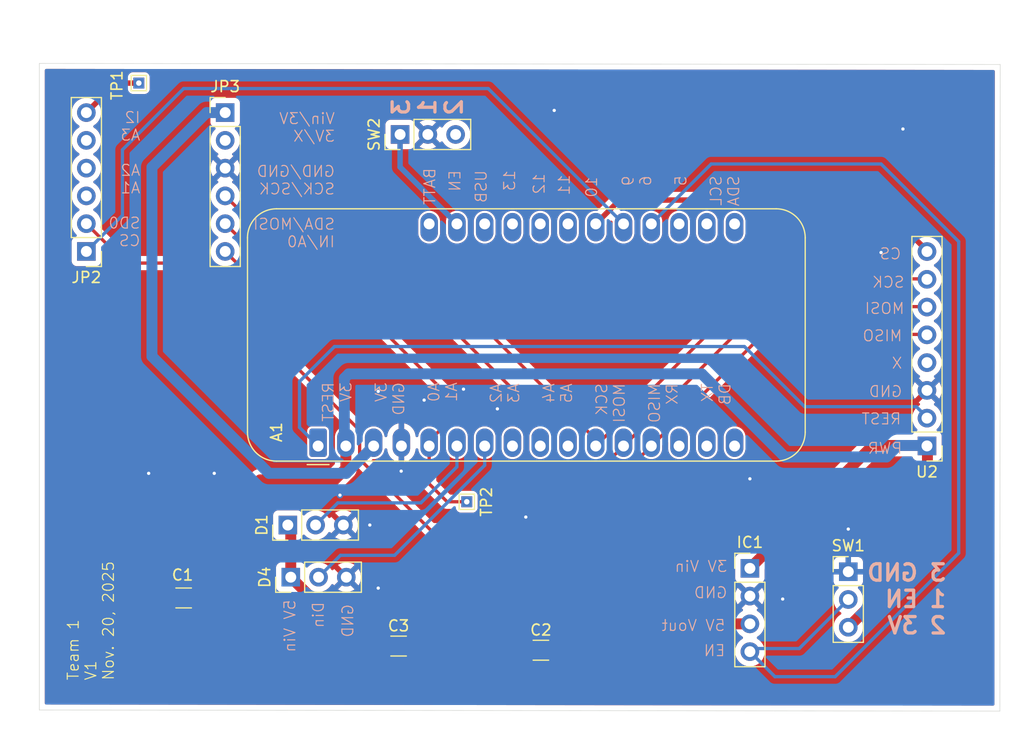
<source format=kicad_pcb>
(kicad_pcb (version 20241229) (generator "pcbnew") (generator_version "9.0")
  (title_block (title "Illumi-not-i Bike Safety System") (date "11/3/2025") (rev "4") (company "Portland State University") (comment 1 "ECE411_Team 1_ A-Team"))
  (layers (0 "F.Cu" signal) (2 "B.Cu" signal) (13 "F.Paste" user) (15 "B.Paste" user) (5 "F.SilkS" user "F.Silkscreen") (7 "B.SilkS" user "B.Silkscreen") (1 "F.Mask" user) (3 "B.Mask" user) (25 "Edge.Cuts" user))
  (net 0 "")
  (net 1 "GND")
  (net 2 "/IO6")
  (net 3 "/IO11")
  (net 4 "/INT2")
  (net 10 "/REST")
  (net 11 "Net-(A1-A2)")
  (net 16 "+3.3V")
  (net 18 "/SCK")
  (net 19 "/MISO")
  (net 22 "+5V")
  (net 23 "/ADC3")
  (net 24 "/ADC2")
  (net 25 "/ADC1")
  (net 27 "/CS")
  (net 28 "Net-(A1-EN)")
  (net 29 "/IO10")
  (net 30 "Net-(A1-3V3-Pad3)")
  (net 33 "/A0")
  (net 35 "/MOSI")
  (footprint "Connector_PinHeader_2.54mm:PinHeader_1x08_P2.54mm_Vertical" (layer "F.Cu") (at 221.7 102.49 180)
    (property "Reference" "U2" (at 0 -2.38 0) (layer "F.SilkS"))
    (property "Value" "RF522_RFID")
    (fp_line (start 1.38 1.27) (end 1.38 19.16) (stroke (width 0.12)) (layer "F.SilkS"))
    (fp_line (start -1.38 19.16) (end 1.38 19.16) (stroke (width 0.12)) (layer "F.SilkS"))
    (fp_line (start -1.38 1.27) (end 1.38 1.27) (stroke (width 0.12)) (layer "F.SilkS"))
    (fp_line (start -1.38 1.27) (end -1.38 19.16) (stroke (width 0.12)) (layer "F.SilkS"))
    (fp_line (start -1.38 0) (end -1.38 -1.38) (stroke (width 0.12)) (layer "F.SilkS"))
    (fp_line (start -1.38 -1.38) (end 0 -1.38) (stroke (width 0.12)) (layer "F.SilkS"))
    (pad "1" thru_hole rect (at 0 0 180) (size 1.7 1.7) (drill 1) (layers "*.Cu" "*.Mask") (net 16 "+3.3V"))
    (pad "2" thru_hole circle (at 0 2.54 180) (size 1.7 1.7) (drill 1) (layers "*.Cu" "*.Mask") (net 10 "/REST"))
    (pad "3" thru_hole circle (at 0 5.08 180) (size 1.7 1.7) (drill 1) (layers "*.Cu" "*.Mask") (net 1 "GND"))
    (pad "4" thru_hole circle (at 0 7.62 180) (size 1.7 1.7) (drill 1) (layers "*.Cu" "*.Mask"))
    (pad "5" thru_hole circle (at 0 10.16 180) (size 1.7 1.7) (drill 1) (layers "*.Cu" "*.Mask") (net 19 "/MISO"))
    (pad "6" thru_hole circle (at 0 12.7 180) (size 1.7 1.7) (drill 1) (layers "*.Cu" "*.Mask") (net 35 "/MOSI"))
    (pad "7" thru_hole circle (at 0 15.24 180) (size 1.7 1.7) (drill 1) (layers "*.Cu" "*.Mask") (net 18 "/SCK"))
    (pad "8" thru_hole circle (at 0 17.78 180) (size 1.7 1.7) (drill 1) (layers "*.Cu" "*.Mask") (net 29 "/IO10"))
  )
  (footprint "Connector_PinHeader_2.54mm:PinHeader_1x06_P2.54mm_Vertical" (layer "F.Cu") (at 144.8 84.7 180)
    (property "Reference" "JP2" (at 0 -2.38 0) (layer "F.SilkS"))
    (property "Value" "HEADER-1X670MIL")
    (fp_line (start 1.38 1.27) (end 1.38 14.08) (stroke (width 0.12)) (layer "F.SilkS"))
    (fp_line (start -1.38 14.08) (end 1.38 14.08) (stroke (width 0.12)) (layer "F.SilkS"))
    (fp_line (start -1.38 1.27) (end 1.38 1.27) (stroke (width 0.12)) (layer "F.SilkS"))
    (fp_line (start -1.38 1.27) (end -1.38 14.08) (stroke (width 0.12)) (layer "F.SilkS"))
    (fp_line (start -1.38 0) (end -1.38 -1.38) (stroke (width 0.12)) (layer "F.SilkS"))
    (fp_line (start -1.38 -1.38) (end 0 -1.38) (stroke (width 0.12)) (layer "F.SilkS"))
    (pad "1" thru_hole rect (at 0 0 180) (size 1.7 1.7) (drill 1) (layers "*.Cu" "*.Mask") (net 27 "/CS"))
    (pad "2" thru_hole circle (at 0 2.54 180) (size 1.7 1.7) (drill 1) (layers "*.Cu" "*.Mask") (net 19 "/MISO"))
    (pad "3" thru_hole circle (at 0 5.08 180) (size 1.7 1.7) (drill 1) (layers "*.Cu" "*.Mask") (net 25 "/ADC1"))
    (pad "4" thru_hole circle (at 0 7.62 180) (size 1.7 1.7) (drill 1) (layers "*.Cu" "*.Mask") (net 24 "/ADC2"))
    (pad "5" thru_hole circle (at 0 10.16 180) (size 1.7 1.7) (drill 1) (layers "*.Cu" "*.Mask") (net 23 "/ADC3"))
    (pad "6" thru_hole circle (at 0 12.7 180) (size 1.7 1.7) (drill 1) (layers "*.Cu" "*.Mask") (net 4 "/INT2"))
  )
  (footprint "Capacitor_SMD:C_1206_3216Metric_Pad1.33x1.80mm_HandSolder" (layer "F.Cu") (at 153.7 116.4)
    (property "Reference" "C1" (at -0.1 -2.1 0) (layer "F.SilkS"))
    (property "Value" "10u")
    (fp_line (start -0.711252 -0.91) (end 0.711252 -0.91) (stroke (width 0.12)) (layer "F.SilkS"))
    (fp_line (start -0.711252 0.91) (end 0.711252 0.91) (stroke (width 0.12)) (layer "F.SilkS"))
    (pad "1" smd roundrect (at -1.5625 0) (size 1.325 1.8) (layers "F.Cu" "F.Mask" "F.Paste") (roundrect_rratio 0.188679) (net 16 "+3.3V"))
    (pad "2" smd roundrect (at 1.5625 0) (size 1.325 1.8) (layers "F.Cu" "F.Mask" "F.Paste") (roundrect_rratio 0.188679) (net 1 "GND"))
  )
  (footprint "Connector_PinHeader_2.54mm:PinHeader_1x03_P2.54mm_Vertical" (layer "F.Cu") (at 163.5 114.5 90)
    (property "Reference" "D4" (at 0 -2.38 90) (layer "F.SilkS"))
    (property "Value" "WS2812B-2020-LED")
    (fp_line (start -1.38 -1.38) (end 0 -1.38) (stroke (width 0.12)) (layer "F.SilkS"))
    (fp_line (start -1.38 0) (end -1.38 -1.38) (stroke (width 0.12)) (layer "F.SilkS"))
    (fp_line (start 1.38 1.27) (end 1.38 6.46) (stroke (width 0.12)) (layer "F.SilkS"))
    (fp_line (start -1.38 1.27) (end 1.38 1.27) (stroke (width 0.12)) (layer "F.SilkS"))
    (fp_line (start -1.38 1.27) (end -1.38 6.46) (stroke (width 0.12)) (layer "F.SilkS"))
    (fp_line (start -1.38 6.46) (end 1.38 6.46) (stroke (width 0.12)) (layer "F.SilkS"))
    (pad "1" thru_hole rect (at 0 0 90) (size 1.7 1.7) (drill 1) (layers "*.Cu" "*.Mask") (net 22 "+5V"))
    (pad "2" thru_hole circle (at 0 2.54 90) (size 1.7 1.7) (drill 1) (layers "*.Cu" "*.Mask") (net 11 "Net-(A1-A2)"))
    (pad "3" thru_hole circle (at 0 5.08 90) (size 1.7 1.7) (drill 1) (layers "*.Cu" "*.Mask") (net 1 "GND"))
  )
  (footprint "Capacitor_SMD:C_1206_3216Metric_Pad1.33x1.80mm_HandSolder" (layer "F.Cu") (at 173.3625 120.8)
    (property "Reference" "C3" (at 0 -1.85 0) (layer "F.SilkS"))
    (property "Value" "22u")
    (fp_line (start -0.711252 -0.91) (end 0.711252 -0.91) (stroke (width 0.12)) (layer "F.SilkS"))
    (fp_line (start -0.711252 0.91) (end 0.711252 0.91) (stroke (width 0.12)) (layer "F.SilkS"))
    (pad "1" smd roundrect (at -1.5625 0) (size 1.325 1.8) (layers "F.Cu" "F.Mask" "F.Paste") (roundrect_rratio 0.188679) (net 22 "+5V"))
    (pad "2" smd roundrect (at 1.5625 0) (size 1.325 1.8) (layers "F.Cu" "F.Mask" "F.Paste") (roundrect_rratio 0.188679) (net 1 "GND"))
  )
  (footprint "Module:Adafruit_Feather" (layer "F.Cu") (at 166 102.5 90)
    (property "Reference" "A1" (at 1.27 -3.81 90) (layer "F.SilkS"))
    (property "Value" "Adafruit_Feather_ESP32_S3")
    (fp_line (start 19.05 -6.46) (end 1.27 -6.46) (stroke (width 0.12)) (layer "F.SilkS"))
    (fp_line (start 21.7 -3.81) (end 21.7 41.91) (stroke (width 0.12)) (layer "F.SilkS"))
    (fp_line (start -1.38 -3.81) (end -1.38 41.91) (stroke (width 0.12)) (layer "F.SilkS"))
    (fp_line (start -1.7 1) (end -1.7 -1) (stroke (width 0.12)) (layer "F.SilkS"))
    (fp_line (start 19.05 44.56) (end 1.27 44.56) (stroke (width 0.12)) (layer "F.SilkS"))
    (fp_arc (start 19.05 -6.46) (mid 20.923833 -5.683833) (end 21.7 -3.81) (stroke (width 0.12)) (layer "F.SilkS"))
    (fp_arc (start -1.38 -3.81) (mid -0.603833 -5.683833) (end 1.27 -6.46) (stroke (width 0.12)) (layer "F.SilkS"))
    (fp_arc (start 21.7 41.91) (mid 20.923833 43.783833) (end 19.05 44.56) (stroke (width 0.12)) (layer "F.SilkS"))
    (fp_arc (start 1.27 44.56) (mid -0.603833 43.783833) (end -1.38 41.91) (stroke (width 0.12)) (layer "F.SilkS"))
    (pad "1" thru_hole roundrect (at 0 0 90) (size 2.6 1.6) (drill 1 (offset 0.3 0)) (layers "*.Cu" "*.Mask") (roundrect_rratio 0.15625) (net 10 "/REST"))
    (pad "2" thru_hole oval (at 0 2.54 90) (size 2.6 1.6) (drill 1 (offset 0.3 0)) (layers "*.Cu" "*.Mask") (net 16 "+3.3V"))
    (pad "3" thru_hole oval (at 0 5.08 90) (size 2.6 1.6) (drill 1 (offset 0.3 0)) (layers "*.Cu" "*.Mask") (net 30 "Net-(A1-3V3-Pad3)"))
    (pad "4" thru_hole oval (at 0 7.62 90) (size 2.6 1.6) (drill 1 (offset 0.3 0)) (layers "*.Cu" "*.Mask") (net 1 "GND"))
    (pad "5" thru_hole oval (at 0 10.16 90) (size 2.6 1.6) (drill 1 (offset 0.3 0)) (layers "*.Cu" "*.Mask") (net 33 "/A0"))
    (pad "6" thru_hole oval (at 0 12.7 90) (size 2.6 1.6) (drill 1 (offset 0.3 0)) (layers "*.Cu" "*.Mask") (net 3 "/IO11"))
    (pad "7" thru_hole oval (at 0 15.24 90) (size 2.6 1.6) (drill 1 (offset 0.3 0)) (layers "*.Cu" "*.Mask") (net 11 "Net-(A1-A2)"))
    (pad "8" thru_hole oval (at 0 17.78 90) (size 2.6 1.6) (drill 1 (offset 0.3 0)) (layers "*.Cu" "*.Mask"))
    (pad "9" thru_hole oval (at 0 20.32 90) (size 2.6 1.6) (drill 1 (offset 0.3 0)) (layers "*.Cu" "*.Mask"))
    (pad "10" thru_hole oval (at 0 22.86 90) (size 2.6 1.6) (drill 1 (offset 0.3 0)) (layers "*.Cu" "*.Mask"))
    (pad "11" thru_hole oval (at 0 25.4 90) (size 2.6 1.6) (drill 1 (offset 0.3 0)) (layers "*.Cu" "*.Mask") (net 18 "/SCK"))
    (pad "12" thru_hole oval (at 0 27.94 90) (size 2.6 1.6) (drill 1 (offset 0.3 0)) (layers "*.Cu" "*.Mask") (net 35 "/MOSI"))
    (pad "13" thru_hole oval (at 0 30.48 90) (size 2.6 1.6) (drill 1 (offset 0.3 0)) (layers "*.Cu" "*.Mask") (net 19 "/MISO"))
    (pad "14" thru_hole oval (at 0 33.02 90) (size 2.6 1.6) (drill 1 (offset 0.3 0)) (layers "*.Cu" "*.Mask"))
    (pad "15" thru_hole oval (at 0 35.56 90) (size 2.6 1.6) (drill 1 (offset 0.3 0)) (layers "*.Cu" "*.Mask"))
    (pad "16" thru_hole oval (at 0 38.1 90) (size 2.6 1.6) (drill 1 (offset 0.3 0)) (layers "*.Cu" "*.Mask"))
    (pad "17" thru_hole oval (at 20.32 38.1 270) (size 2.6 1.6) (drill 1 (offset 0.3 0)) (layers "*.Cu" "*.Mask"))
    (pad "18" thru_hole oval (at 20.32 35.56 270) (size 2.6 1.6) (drill 1 (offset 0.3 0)) (layers "*.Cu" "*.Mask"))
    (pad "19" thru_hole oval (at 20.32 33.02 270) (size 2.6 1.6) (drill 1 (offset 0.3 0)) (layers "*.Cu" "*.Mask"))
    (pad "20" thru_hole oval (at 20.32 30.48 270) (size 2.6 1.6) (drill 1 (offset 0.3 0)) (layers "*.Cu" "*.Mask") (net 2 "/IO6"))
    (pad "21" thru_hole oval (at 20.32 27.94 270) (size 2.6 1.6) (drill 1 (offset 0.3 0)) (layers "*.Cu" "*.Mask") (net 27 "/CS"))
    (pad "22" thru_hole oval (at 20.32 25.4 270) (size 2.6 1.6) (drill 1 (offset 0.3 0)) (layers "*.Cu" "*.Mask") (net 29 "/IO10"))
    (pad "23" thru_hole oval (at 20.32 22.86 270) (size 2.6 1.6) (drill 1 (offset 0.3 0)) (layers "*.Cu" "*.Mask"))
    (pad "24" thru_hole oval (at 20.32 20.32 270) (size 2.6 1.6) (drill 1 (offset 0.3 0)) (layers "*.Cu" "*.Mask"))
    (pad "25" thru_hole oval (at 20.32 17.78 270) (size 2.6 1.6) (drill 1 (offset 0.3 0)) (layers "*.Cu" "*.Mask"))
    (pad "26" thru_hole oval (at 20.32 15.24 270) (size 2.6 1.6) (drill 1 (offset 0.3 0)) (layers "*.Cu" "*.Mask"))
    (pad "27" thru_hole oval (at 20.32 12.7 270) (size 2.6 1.6) (drill 1 (offset 0.3 0)) (layers "*.Cu" "*.Mask") (net 28 "Net-(A1-EN)"))
    (pad "28" thru_hole oval (at 20.32 10.16 270) (size 2.6 1.6) (drill 1 (offset 0.3 0)) (layers "*.Cu" "*.Mask"))
  )
  (footprint "TestPoint:TestPoint_THTPad_1.0x1.0mm_Drill0.5mm" (layer "F.Cu") (at 149.6 69.3 90)
    (property "Reference" "TP1" (at -0.2 -2 90) (layer "F.SilkS"))
    (property "Value" "TestPoint_RFID_INT2")
    (fp_line (start 0.7 -0.7) (end 0.7 0.7) (stroke (width 0.12)) (layer "F.SilkS"))
    (fp_line (start -0.7 -0.7) (end 0.7 -0.7) (stroke (width 0.12)) (layer "F.SilkS"))
    (fp_line (start 0.7 0.7) (end -0.7 0.7) (stroke (width 0.12)) (layer "F.SilkS"))
    (fp_line (start -0.7 0.7) (end -0.7 -0.7) (stroke (width 0.12)) (layer "F.SilkS"))
    (pad "1" thru_hole rect (at 0 0 90) (size 1 1) (drill 0.5) (layers "*.Cu" "*.Mask") (net 4 "/INT2"))
  )
  (footprint "Connector_PinHeader_2.54mm:PinHeader_1x03_P2.54mm_Vertical" (layer "F.Cu") (at 163.23 109.73 90)
    (property "Reference" "D1" (at 0 -2.38 90) (layer "F.SilkS"))
    (property "Value" "WS2812B-2020-LED")
    (fp_line (start -1.38 -1.38) (end 0 -1.38) (stroke (width 0.12)) (layer "F.SilkS"))
    (fp_line (start -1.38 0) (end -1.38 -1.38) (stroke (width 0.12)) (layer "F.SilkS"))
    (fp_line (start 1.38 1.27) (end 1.38 6.46) (stroke (width 0.12)) (layer "F.SilkS"))
    (fp_line (start -1.38 1.27) (end 1.38 1.27) (stroke (width 0.12)) (layer "F.SilkS"))
    (fp_line (start -1.38 1.27) (end -1.38 6.46) (stroke (width 0.12)) (layer "F.SilkS"))
    (fp_line (start -1.38 6.46) (end 1.38 6.46) (stroke (width 0.12)) (layer "F.SilkS"))
    (pad "1" thru_hole rect (at 0 0 90) (size 1.7 1.7) (drill 1) (layers "*.Cu" "*.Mask") (net 22 "+5V"))
    (pad "2" thru_hole circle (at 0 2.54 90) (size 1.7 1.7) (drill 1) (layers "*.Cu" "*.Mask") (net 3 "/IO11"))
    (pad "3" thru_hole circle (at 0 5.08 90) (size 1.7 1.7) (drill 1) (layers "*.Cu" "*.Mask") (net 1 "GND"))
  )
  (footprint "TestPoint:TestPoint_THTPad_1.0x1.0mm_Drill0.5mm" (layer "F.Cu") (at 179.6 107.6)
    (property "Reference" "TP2" (at 1.8 0 270) (layer "F.SilkS"))
    (property "Value" "TestPoint_RFID_INT1")
    (fp_line (start -0.7 -0.7) (end 0.7 -0.7) (stroke (width 0.12)) (layer "F.SilkS"))
    (fp_line (start -0.7 0.7) (end -0.7 -0.7) (stroke (width 0.12)) (layer "F.SilkS"))
    (fp_line (start 0.7 -0.7) (end 0.7 0.7) (stroke (width 0.12)) (layer "F.SilkS"))
    (fp_line (start 0.7 0.7) (end -0.7 0.7) (stroke (width 0.12)) (layer "F.SilkS"))
    (pad "1" thru_hole rect (at 0 0) (size 1 1) (drill 0.5) (layers "*.Cu" "*.Mask") (net 33 "/A0"))
  )
  (footprint "Connector_PinHeader_2.54mm:PinHeader_1x03_P2.54mm_Vertical" (layer "F.Cu") (at 173.5 74 90)
    (property "Reference" "SW2" (at 0 -2.38 90) (layer "F.SilkS"))
    (property "Value" "SW_Wuerth_450301014042")
    (fp_line (start -1.38 -1.38) (end 0 -1.38) (stroke (width 0.12)) (layer "F.SilkS"))
    (fp_line (start -1.38 0) (end -1.38 -1.38) (stroke (width 0.12)) (layer "F.SilkS"))
    (fp_line (start 1.38 1.27) (end 1.38 6.46) (stroke (width 0.12)) (layer "F.SilkS"))
    (fp_line (start -1.38 1.27) (end 1.38 1.27) (stroke (width 0.12)) (layer "F.SilkS"))
    (fp_line (start -1.38 1.27) (end -1.38 6.46) (stroke (width 0.12)) (layer "F.SilkS"))
    (fp_line (start -1.38 6.46) (end 1.38 6.46) (stroke (width 0.12)) (layer "F.SilkS"))
    (pad "1" thru_hole rect (at 0 0 90) (size 1.7 1.7) (drill 1) (layers "*.Cu" "*.Mask") (net 28 "Net-(A1-EN)"))
    (pad "2" thru_hole circle (at 0 2.54 90) (size 1.7 1.7) (drill 1) (layers "*.Cu" "*.Mask") (net 1 "GND"))
    (pad "3" thru_hole circle (at 0 5.08 90) (size 1.7 1.7) (drill 1) (layers "*.Cu" "*.Mask"))
  )
  (footprint "Connector_PinHeader_2.54mm:PinHeader_1x04_P2.54mm_Vertical" (layer "F.Cu") (at 205.5 113.69)
    (property "Reference" "IC1" (at 0 -2.38 0) (layer "F.SilkS"))
    (property "Value" "TPS61023_Boost_Converter")
    (fp_line (start -1.38 -1.38) (end 0 -1.38) (stroke (width 0.12)) (layer "F.SilkS"))
    (fp_line (start -1.38 0) (end -1.38 -1.38) (stroke (width 0.12)) (layer "F.SilkS"))
    (fp_line (start -1.38 1.27) (end -1.38 9) (stroke (width 0.12)) (layer "F.SilkS"))
    (fp_line (start -1.38 1.27) (end 1.38 1.27) (stroke (width 0.12)) (layer "F.SilkS"))
    (fp_line (start -1.38 9) (end 1.38 9) (stroke (width 0.12)) (layer "F.SilkS"))
    (fp_line (start 1.38 1.27) (end 1.38 9) (stroke (width 0.12)) (layer "F.SilkS"))
    (pad "1" thru_hole rect (at 0 0) (size 1.7 1.7) (drill 1) (layers "*.Cu" "*.Mask") (net 16 "+3.3V"))
    (pad "2" thru_hole circle (at 0 2.54) (size 1.7 1.7) (drill 1) (layers "*.Cu" "*.Mask") (net 1 "GND"))
    (pad "3" thru_hole circle (at 0 5.08) (size 1.7 1.7) (drill 1) (layers "*.Cu" "*.Mask") (net 22 "+5V"))
    (pad "4" thru_hole circle (at 0 7.62) (size 1.7 1.7) (drill 1) (layers "*.Cu" "*.Mask") (net 2 "/IO6"))
  )
  (footprint "Connector_PinHeader_2.54mm:PinHeader_1x03_P2.54mm_Vertical" (layer "F.Cu") (at 214.5 114)
    (property "Reference" "SW1" (at 0 -2.38 0) (layer "F.SilkS"))
    (property "Value" "SW_Wuerth_450301014042")
    (fp_line (start -1.38 -1.38) (end 0 -1.38) (stroke (width 0.12)) (layer "F.SilkS"))
    (fp_line (start -1.38 0) (end -1.38 -1.38) (stroke (width 0.12)) (layer "F.SilkS"))
    (fp_line (start -1.38 1.27) (end -1.38 6.46) (stroke (width 0.12)) (layer "F.SilkS"))
    (fp_line (start -1.38 1.27) (end 1.38 1.27) (stroke (width 0.12)) (layer "F.SilkS"))
    (fp_line (start -1.38 6.46) (end 1.38 6.46) (stroke (width 0.12)) (layer "F.SilkS"))
    (fp_line (start 1.38 1.27) (end 1.38 6.46) (stroke (width 0.12)) (layer "F.SilkS"))
    (pad "1" thru_hole rect (at 0 0) (size 1.7 1.7) (drill 1) (layers "*.Cu" "*.Mask") (net 1 "GND"))
    (pad "2" thru_hole circle (at 0 2.54) (size 1.7 1.7) (drill 1) (layers "*.Cu" "*.Mask") (net 2 "/IO6"))
    (pad "3" thru_hole circle (at 0 5.08) (size 1.7 1.7) (drill 1) (layers "*.Cu" "*.Mask") (net 16 "+3.3V"))
  )
  (footprint "Capacitor_SMD:C_1206_3216Metric_Pad1.33x1.80mm_HandSolder" (layer "F.Cu") (at 186.38125 121.18125)
    (property "Reference" "C2" (at 0 -1.85 0) (layer "F.SilkS"))
    (property "Value" "22u")
    (fp_line (start -0.711252 -0.91) (end 0.711252 -0.91) (stroke (width 0.12)) (layer "F.SilkS"))
    (fp_line (start -0.711252 0.91) (end 0.711252 0.91) (stroke (width 0.12)) (layer "F.SilkS"))
    (pad "1" smd roundrect (at -1.5625 0) (size 1.325 1.8) (layers "F.Cu" "F.Mask" "F.Paste") (roundrect_rratio 0.188679) (net 22 "+5V"))
    (pad "2" smd roundrect (at 1.5625 0) (size 1.325 1.8) (layers "F.Cu" "F.Mask" "F.Paste") (roundrect_rratio 0.188679) (net 1 "GND"))
  )
  (footprint "Connector_PinHeader_2.54mm:PinHeader_1x06_P2.54mm_Vertical" (layer "F.Cu") (at 157.5 72)
    (property "Reference" "JP3" (at 0 -2.38 0) (layer "F.SilkS"))
    (property "Value" "HEADER-1X670MIL")
    (fp_line (start -1.38 -1.38) (end 0 -1.38) (stroke (width 0.12)) (layer "F.SilkS"))
    (fp_line (start -1.38 0) (end -1.38 -1.38) (stroke (width 0.12)) (layer "F.SilkS"))
    (fp_line (start -1.38 1.27) (end -1.38 14.08) (stroke (width 0.12)) (layer "F.SilkS"))
    (fp_line (start -1.38 1.27) (end 1.38 1.27) (stroke (width 0.12)) (layer "F.SilkS"))
    (fp_line (start -1.38 14.08) (end 1.38 14.08) (stroke (width 0.12)) (layer "F.SilkS"))
    (fp_line (start 1.38 1.27) (end 1.38 14.08) (stroke (width 0.12)) (layer "F.SilkS"))
    (pad "1" thru_hole rect (at 0 0) (size 1.7 1.7) (drill 1) (layers "*.Cu" "*.Mask") (net 30 "Net-(A1-3V3-Pad3)"))
    (pad "2" thru_hole circle (at 0 2.54) (size 1.7 1.7) (drill 1) (layers "*.Cu" "*.Mask"))
    (pad "3" thru_hole circle (at 0 5.08) (size 1.7 1.7) (drill 1) (layers "*.Cu" "*.Mask") (net 1 "GND"))
    (pad "4" thru_hole circle (at 0 7.62) (size 1.7 1.7) (drill 1) (layers "*.Cu" "*.Mask") (net 18 "/SCK"))
    (pad "5" thru_hole circle (at 0 10.16) (size 1.7 1.7) (drill 1) (layers "*.Cu" "*.Mask") (net 35 "/MOSI"))
    (pad "6" thru_hole circle (at 0 12.7) (size 1.7 1.7) (drill 1) (layers "*.Cu" "*.Mask") (net 33 "/A0"))
  )
  (gr_line (start 228.4 67.6) (end 228.370488 126.749914) (stroke (width 0.05)) (layer "Edge.Cuts"))
  (gr_line (start 140.5 67.5) (end 228.4 67.6) (stroke (width 0.05)) (layer "Edge.Cuts"))
  (gr_line (start 228.370488 126.749914) (end 140.5 126.650086) (stroke (width 0.05)) (layer "Edge.Cuts"))
  (gr_line (start 140.5 126.650086) (end 140.5 67.5) (stroke (width 0.05)) (layer "Edge.Cuts"))
  (gr_text "Team 1\nV1\nNov. 20, 2025" (at 147.4 124 90) (layer "F.SilkS") (effects (font (size 1 1) (thickness 0.1)) (justify left bottom)))
  (gr_text "GND" (at 203.5 116.5 0) (layer "B.SilkS") (effects (font (size 1 1) (thickness 0.1)) (justify left bottom mirror)))
  (gr_text "CS" (at 219.4 85.5 0) (layer "B.SilkS") (effects (font (size 1 1) (thickness 0.1)) (justify left bottom mirror)))
  (gr_text "11" (at 189.1 77.6 90) (layer "B.SilkS") (effects (font (size 1 1) (thickness 0.1)) (justify left bottom mirror)))
  (gr_text "REST" (at 219.4 100.6 0) (layer "B.SilkS") (effects (font (size 1 1) (thickness 0.1)) (justify left bottom mirror)))
  (gr_text "Din" (at 166.6 116.7 90) (layer "B.SilkS") (effects (font (size 1 1) (thickness 0.1)) (justify left bottom mirror)))
  (gr_text "9\n6\n\n5\n\nSCL\nSDA" (at 204.6 77.7 90) (layer "B.SilkS") (effects (font (size 1 1) (thickness 0.1)) (justify left bottom mirror)))
  (gr_text "13" (at 184.1 77.2 90) (layer "B.SilkS") (effects (font (size 1 1) (thickness 0.1)) (justify left bottom mirror)))
  (gr_text "3\n1\n2" (at 179.3 70.6 90) (layer "B.SilkS") (effects (font (size 1.5 1.5) (thickness 0.3) (bold yes)) (justify left bottom mirror)))
  (gr_text "Vin/3V\n3V/X\n\nGND/GND\nSCK/SCK\n\nSDA/MOSI\nIN/A0" (at 167.6 84.4 0) (layer "B.SilkS") (effects (font (size 1 1) (thickness 0.1)) (justify left bottom mirror)))
  (gr_text "BATT" (at 176.8 77 90) (layer "B.SilkS") (effects (font (size 1 1) (thickness 0.1)) (justify left bottom mirror)))
  (gr_text "A2\nA3\n\nA4\nA5\n\nSCK\nMOSI\n\nMISO\nRX\n\nTX\nDB" (at 203.8 96.7 90) (layer "B.SilkS") (effects (font (size 1 1) (thickness 0.1)) (justify left bottom mirror)))
  (gr_text "I2\nA3\n\nA2\nA1\n\nSD0\nCS" (at 149.8 84.3 0) (layer "B.SilkS") (effects (font (size 1 1) (thickness 0.1)) (justify left bottom mirror)))
  (gr_text "USB" (at 181.5 77.2 90) (layer "B.SilkS") (effects (font (size 1 1) (thickness 0.1)) (justify left bottom mirror)))
  (gr_text "GND" (at 169.3 116.9 90) (layer "B.SilkS") (effects (font (size 1 1) (thickness 0.1)) (justify left bottom mirror)))
  (gr_text "SCK" (at 219.7 88.1 0) (layer "B.SilkS") (effects (font (size 1 1) (thickness 0.1)) (justify left bottom mirror)))
  (gr_text "EN" (at 203.3 121.8 0) (layer "B.SilkS") (effects (font (size 1 1) (thickness 0.1)) (justify left bottom mirror)))
  (gr_text "5V Vout" (at 203.3 119.5 0) (layer "B.SilkS") (effects (font (size 1 1) (thickness 0.1)) (justify left bottom mirror)))
  (gr_text "3V Vin" (at 203.5 114.1 0) (layer "B.SilkS") (effects (font (size 1 1) (thickness 0.1)) (justify left bottom mirror)))
  (gr_text "3 GND\n1 EN\n2 3V" (at 223.6 119.8 0) (layer "B.SilkS") (effects (font (size 1.5 1.5) (thickness 0.3) (bold yes)) (justify left bottom mirror)))
  (gr_text "10" (at 191.6 77.8 90) (layer "B.SilkS") (effects (font (size 1 1) (thickness 0.1)) (justify left bottom mirror)))
  (gr_text "5V Vin" (at 164 116.5 90) (layer "B.SilkS") (effects (font (size 1 1) (thickness 0.1)) (justify left bottom mirror)))
  (gr_text "REST\n3V\n\n3V\nGND\n\nA0\nA1\n\n" (at 180.4 96.6 90) (layer "B.SilkS") (effects (font (size 1 1) (thickness 0.1)) (justify left bottom mirror)))
  (gr_text "PWR" (at 219.5 103.3 0) (layer "B.SilkS") (effects (font (size 1 1) (thickness 0.1)) (justify left bottom mirror)))
  (gr_text "MOSI" (at 219.7 90.5 0) (layer "B.SilkS") (effects (font (size 1 1) (thickness 0.1)) (justify left bottom mirror)))
  (gr_text "MISO" (at 219.5 93 0) (layer "B.SilkS") (effects (font (size 1 1) (thickness 0.1)) (justify left bottom mirror)))
  (gr_text "X" (at 219.5 95.5 0) (layer "B.SilkS") (effects (font (size 1 1) (thickness 0.1)) (justify left bottom mirror)))
  (gr_text "EN" (at 179.1 77.2 90) (layer "B.SilkS") (effects (font (size 1 1) (thickness 0.1)) (justify left bottom mirror)))
  (gr_text "GND" (at 219.5 98.1 0) (layer "B.SilkS") (effects (font (size 1 1) (thickness 0.1)) (justify left bottom mirror)))
  (gr_text "12" (at 186.8 77.5 90) (layer "B.SilkS") (effects (font (size 1 1) (thickness 0.1)) (justify left bottom mirror)))
  (via (at 217.5 84.8) (size 0.6) (drill 0.3) (layers "F.Cu" "B.Cu") (net 1))
  (via (at 171.5 97.5) (size 0.6) (drill 0.3) (layers "F.Cu" "B.Cu") (net 1))
  (via (at 208.5 116.5) (size 0.6) (drill 0.3) (layers "F.Cu" "B.Cu") (net 1))
  (via (at 179.3 97.3) (size 0.6) (drill 0.3) (layers "F.Cu" "B.Cu") (net 1))
  (via (at 175.7 98.3) (size 0.6) (drill 0.3) (layers "F.Cu" "B.Cu") (net 1))
  (via (at 170.73 109.73) (size 0.6) (drill 0.3) (layers "F.Cu" "B.Cu") (net 1))
  (via (at 173.6 104.8) (size 0.6) (drill 0.3) (layers "F.Cu" "B.Cu") (net 1))
  (via (at 182.4 99.1) (size 0.6) (drill 0.3) (layers "F.Cu" "B.Cu") (net 1))
  (via (at 187.6 71.8) (size 0.6) (drill 0.3) (layers "F.Cu" "B.Cu") (net 1))
  (via (at 185 109) (size 0.6) (drill 0.3) (layers "F.Cu" "B.Cu") (net 1))
  (via (at 219.5 73.5) (size 0.6) (drill 0.3) (layers "F.Cu" "B.Cu") (net 1))
  (via (at 156.5 105) (size 0.6) (drill 0.3) (layers "F.Cu" "B.Cu") (net 1))
  (via (at 168 107) (size 0.6) (drill 0.3) (layers "F.Cu" "B.Cu") (net 1))
  (via (at 214.5 110.1) (size 0.6) (drill 0.3) (layers "F.Cu" "B.Cu") (net 1))
  (via (at 150.5 105) (size 0.6) (drill 0.3) (layers "F.Cu" "B.Cu") (net 1))
  (via (at 205.5 105.5) (size 0.6) (drill 0.3) (layers "F.Cu" "B.Cu") (net 1))
  (via (at 171.5 115.5) (size 0.6) (drill 0.3) (layers "F.Cu" "B.Cu") (net 1))
  (segment (start 214.19 113.69) (end 214.21645 113.71645) (width 0.2) (layer "B.Cu") (net 1))
  (segment (start 217.5 76.7) (end 224.6 83.8) (width 0.3) (layer "B.Cu") (net 2))
  (segment (start 196.48 82.18) (end 201.96 76.7) (width 0.3) (layer "B.Cu") (net 2))
  (segment (start 224.6 112.3) (end 213.3 123.6) (width 0.3) (layer "B.Cu") (net 2))
  (segment (start 213.3 123.6) (end 207.79 123.6) (width 0.3) (layer "B.Cu") (net 2))
  (segment (start 214.5 116.54) (end 210.01355 121.02645) (width 0.3) (layer "B.Cu") (net 2))
  (segment (start 201.96 76.7) (end 217.5 76.7) (width 0.3) (layer "B.Cu") (net 2))
  (segment (start 210.01355 121.02645) (end 205.78355 121.02645) (width 0.3) (layer "B.Cu") (net 2))
  (segment (start 224.6 83.8) (end 224.6 112.3) (width 0.3) (layer "B.Cu") (net 2))
  (segment (start 207.79 123.6) (end 205.78355 121.59355) (width 0.3) (layer "B.Cu") (net 2))
  (segment (start 179 102.8) (end 178.7 102.5) (width 0.2) (layer "F.Cu") (net 3))
  (segment (start 178.7 104.402) (end 175.402 107.7) (width 0.3) (layer "B.Cu") (net 3))
  (segment (start 167.8 107.7) (end 165.77 109.73) (width 0.3) (layer "B.Cu") (net 3))
  (segment (start 178.7 102.5) (end 178.7 104.402) (width 0.3) (layer "B.Cu") (net 3))
  (segment (start 175.402 107.7) (end 167.8 107.7) (width 0.3) (layer "B.Cu") (net 3))
  (segment (start 147.5 69.3) (end 149.6 69.3) (width 0.5) (layer "F.Cu") (net 4))
  (segment (start 144.8 72) (end 147.5 69.3) (width 0.5) (layer "F.Cu") (net 4))
  (segment (start 167.5 93.4) (end 205 93.4) (width 0.3) (layer "B.Cu") (net 10))
  (segment (start 210.5 98.9) (end 220.73 98.9) (width 0.3) (layer "B.Cu") (net 10))
  (segment (start 220.73 98.9) (end 221.74 99.91) (width 0.3) (layer "B.Cu") (net 10))
  (segment (start 164.3 96.6) (end 167.5 93.4) (width 0.3) (layer "B.Cu") (net 10))
  (segment (start 164.3 100.8) (end 164.3 96.6) (width 0.3) (layer "B.Cu") (net 10))
  (segment (start 166 102.5) (end 164.3 100.8) (width 0.3) (layer "B.Cu") (net 10))
  (segment (start 205 93.4) (end 210.5 98.9) (width 0.3) (layer "B.Cu") (net 10))
  (segment (start 173 112.5) (end 168.04 112.5) (width 0.3) (layer "B.Cu") (net 11))
  (segment (start 168.04 112.5) (end 166.04 114.5) (width 0.3) (layer "B.Cu") (net 11))
  (segment (start 181.24 104.26) (end 173 112.5) (width 0.3) (layer "B.Cu") (net 11))
  (segment (start 181.24 102.5) (end 181.24 104.26) (width 0.3) (layer "B.Cu") (net 11))
  (segment (start 221.74 111.84) (end 214.5 119.08) (width 1) (layer "F.Cu") (net 16))
  (segment (start 167.5 105.6) (end 160.7 105.6) (width 1) (layer "F.Cu") (net 16))
  (segment (start 205.5 113.69) (end 216.74 102.45) (width 1) (layer "F.Cu") (net 16))
  (segment (start 221.74 102.45) (end 221.74 111.84) (width 1) (layer "F.Cu") (net 16))
  (segment (start 168.54 104.56) (end 167.5 105.6) (width 1) (layer "F.Cu") (net 16))
  (segment (start 216.74 102.45) (end 221.74 102.45) (width 1) (layer "F.Cu") (net 16))
  (segment (start 168.54 102.5) (end 168.54 104.56) (width 1) (layer "F.Cu") (net 16))
  (segment (start 160.7 105.6) (end 152.1375 114.1625) (width 1) (layer "F.Cu") (net 16))
  (segment (start 152.1375 114.1625) (end 152.1375 116.4) (width 1) (layer "F.Cu") (net 16))
  (segment (start 218 103.5) (end 219.05 102.45) (width 1) (layer "B.Cu") (net 16))
  (segment (start 168.4 102.36) (end 168.4 96.3) (width 1) (layer "B.Cu") (net 16))
  (segment (start 168.8 95.9) (end 201.1 95.9) (width 1) (layer "B.Cu") (net 16))
  (segment (start 168.54 102.5) (end 168.4 102.36) (width 1) (layer "B.Cu") (net 16))
  (segment (start 208.7 103.5) (end 218 103.5) (width 1) (layer "B.Cu") (net 16))
  (segment (start 168.4 96.3) (end 168.8 95.9) (width 1) (layer "B.Cu") (net 16))
  (segment (start 219.05 102.45) (end 221.74 102.45) (width 1) (layer "B.Cu") (net 16))
  (segment (start 201.1 95.9) (end 208.7 103.5) (width 1) (layer "B.Cu") (net 16))
  (segment (start 171.1 81.6) (end 159.48 81.6) (width 0.3) (layer "F.Cu") (net 18))
  (segment (start 159.48 81.6) (end 157.5 79.62) (width 0.3) (layer "F.Cu") (net 18))
  (segment (start 191.4 102.5) (end 206.69 87.21) (width 0.3) (layer "F.Cu") (net 18))
  (segment (start 191.4 102.5) (end 191.4 101.9) (width 0.3) (layer "F.Cu") (net 18))
  (segment (start 206.69 87.21) (end 221.74 87.21) (width 0.3) (layer "F.Cu") (net 18))
  (segment (start 191.4 101.9) (end 171.1 81.6) (width 0.3) (layer "F.Cu") (net 18))
  (segment (start 148.404951 85.764951) (end 154.5 85.764951) (width 0.3) (layer "F.Cu") (net 19))
  (segment (start 169.8 101.064951) (end 169.8 103.7) (width 0.3) (layer "F.Cu") (net 19))
  (segment (start 169.8 103.7) (end 176.3 110.2) (width 0.3) (layer "F.Cu") (net 19))
  (segment (start 196.48 102.5) (end 206.69 92.29) (width 0.3) (layer "F.Cu") (net 19))
  (segment (start 154.5 85.764951) (end 169.8 101.064951) (width 0.3) (layer "F.Cu") (net 19))
  (segment (start 206.69 92.29) (end 221.74 92.29) (width 0.3) (layer "F.Cu") (net 19))
  (segment (start 144.8 82.16) (end 148.404951 85.764951) (width 0.3) (layer "F.Cu") (net 19))
  (segment (start 176.3 110.2) (end 188.78 110.2) (width 0.3) (layer "F.Cu") (net 19))
  (segment (start 188.78 110.2) (end 196.48 102.5) (width 0.3) (layer "F.Cu") (net 19))
  (segment (start 174.4 123.4) (end 171.8 120.8) (width 1) (layer "F.Cu") (net 22))
  (segment (start 171.8 120.8) (end 169.8 120.8) (width 1) (layer "F.Cu") (net 22))
  (segment (start 182.6 123.4) (end 174.4 123.4) (width 1) (layer "F.Cu") (net 22))
  (segment (start 163.5 114.5) (end 163.5 110) (width 1) (layer "F.Cu") (net 22))
  (segment (start 184.81875 121.18125) (end 182.6 123.4) (width 1) (layer "F.Cu") (net 22))
  (segment (start 205.5 118.77) (end 187.23 118.77) (width 1) (layer "F.Cu") (net 22))
  (segment (start 187.23 118.77) (end 184.81875 121.18125) (width 1) (layer "F.Cu") (net 22))
  (segment (start 163.5 110) (end 163.23 109.73) (width 1) (layer "F.Cu") (net 22))
  (segment (start 169.8 120.8) (end 163.5 114.5) (width 1) (layer "F.Cu") (net 22))
  (segment (start 163.19 109.69) (end 163.23 109.73) (width 0.2) (layer "B.Cu") (net 22))
  (segment (start 181.56 69.8) (end 153.7 69.8) (width 0.3) (layer "B.Cu") (net 27))
  (segment (start 148.1 75.4) (end 148.1 81.4) (width 0.3) (layer "B.Cu") (net 27))
  (segment (start 193.94 82.18) (end 181.56 69.8) (width 0.3) (layer "B.Cu") (net 27))
  (segment (start 148.1 81.4) (end 144.8 84.7) (width 0.3) (layer "B.Cu") (net 27))
  (segment (start 153.7 69.8) (end 148.1 75.4) (width 0.3) (layer "B.Cu") (net 27))
  (segment (start 173.5 74) (end 173.5 76.98) (width 0.5) (layer "B.Cu") (net 28))
  (segment (start 173.5 76.98) (end 178.7 82.18) (width 0.5) (layer "B.Cu") (net 28))
  (segment (start 193.58 80) (end 217.07 80) (width 0.5) (layer "F.Cu") (net 29))
  (segment (start 191.4 82.18) (end 193.58 80) (width 0.5) (layer "F.Cu") (net 29))
  (segment (start 217.07 80) (end 221.74 84.67) (width 0.5) (layer "F.Cu") (net 29))
  (segment (start 161.5 105) (end 150.8 94.3) (width 1) (layer "B.Cu") (net 30))
  (segment (start 171.08 102.5) (end 168.58 105) (width 1) (layer "B.Cu") (net 30))
  (segment (start 150.8 77) (end 155.8 72) (width 1) (layer "B.Cu") (net 30))
  (segment (start 168.58 105) (end 161.5 105) (width 1) (layer "B.Cu") (net 30))
  (segment (start 155.8 72) (end 157.5 72) (width 1) (layer "B.Cu") (net 30))
  (segment (start 150.8 94.3) (end 150.8 77) (width 1) (layer "B.Cu") (net 30))
  (segment (start 176.16 105.96) (end 176.16 102.5) (width 0.3) (layer "F.Cu") (net 33))
  (segment (start 158.95 86.15) (end 166.15 86.15) (width 0.3) (layer "F.Cu") (net 33))
  (segment (start 176.16 102.04) (end 176.16 102.5) (width 0.3) (layer "F.Cu") (net 33))
  (segment (start 177.8 97.8) (end 177.8 100.4) (width 0.3) (layer "F.Cu") (net 33))
  (segment (start 177.8 107.6) (end 176.16 105.96) (width 0.3) (layer "F.Cu") (net 33))
  (segment (start 157.5 84.7) (end 158.95 86.15) (width 0.3) (layer "F.Cu") (net 33))
  (segment (start 166.15 86.15) (end 177.8 97.8) (width 0.3) (layer "F.Cu") (net 33))
  (segment (start 177.8 100.4) (end 176.16 102.04) (width 0.3) (layer "F.Cu") (net 33))
  (segment (start 179.6 107.6) (end 177.8 107.6) (width 0.3) (layer "F.Cu") (net 33))
  (segment (start 187.6 103.3) (end 187.6 101.1) (width 0.3) (layer "F.Cu") (net 35))
  (segment (start 206.69 89.75) (end 221.74 89.75) (width 0.3) (layer "F.Cu") (net 35))
  (segment (start 191.44 105) (end 189.3 105) (width 0.3) (layer "F.Cu") (net 35))
  (segment (start 170 83.5) (end 158.84 83.5) (width 0.3) (layer "F.Cu") (net 35))
  (segment (start 189.3 105) (end 187.6 103.3) (width 0.3) (layer "F.Cu") (net 35))
  (segment (start 187.6 101.1) (end 170 83.5) (width 0.3) (layer "F.Cu") (net 35))
  (segment (start 158.84 83.5) (end 157.5 82.16) (width 0.3) (layer "F.Cu") (net 35))
  (segment (start 193.94 102.5) (end 191.44 105) (width 0.3) (layer "F.Cu") (net 35))
  (segment (start 193.94 102.5) (end 206.69 89.75) (width 0.3) (layer "F.Cu") (net 35))
  (zone (net 1) (net_name "GND") (layer "F.Cu") (priority 2) (connect_pads (clearance 0.5)) (min_thickness 0.25) (fill yes (thermal_gap 0.5) (thermal_bridge_width 0.5))
    (polygon (pts (xy 139.7 66.6) (xy 229.2 66.6) (xy 229.3 128.2) (xy 138.6 128.3) (xy 138.6 66.6)))
  )
  (zone (net 1) (net_name "GND") (layer "B.Cu") (connect_pads (clearance 0.5)) (min_thickness 0.25) (fill yes (thermal_gap 0.5) (thermal_bridge_width 0.5) (island_removal_mode 1) (island_area_min 10))
    (polygon (pts (xy 137.1 65.1) (xy 230.6 65.3) (xy 230.5 129.3) (xy 136.9 128.7) (xy 137 64.5)))
  )
)
</source>
